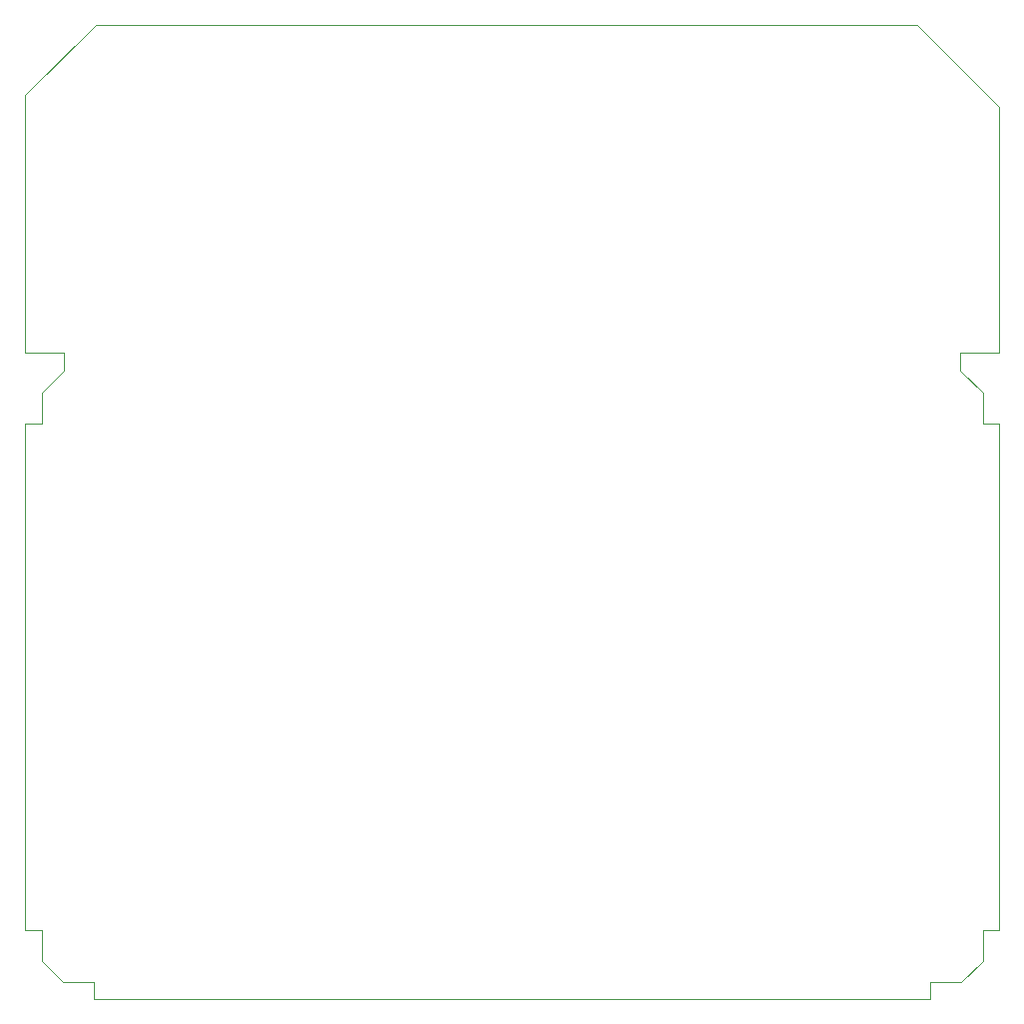
<source format=gm1>
G04 #@! TF.GenerationSoftware,KiCad,Pcbnew,8.0.6*
G04 #@! TF.CreationDate,2024-12-30T15:56:31-08:00*
G04 #@! TF.ProjectId,Jumperless23V50,4a756d70-6572-46c6-9573-733233563530,rev?*
G04 #@! TF.SameCoordinates,Original*
G04 #@! TF.FileFunction,Profile,NP*
%FSLAX46Y46*%
G04 Gerber Fmt 4.6, Leading zero omitted, Abs format (unit mm)*
G04 Created by KiCad (PCBNEW 8.0.6) date 2024-12-30 15:56:31*
%MOMM*%
%LPD*%
G01*
G04 APERTURE LIST*
G04 #@! TA.AperFunction,Profile*
%ADD10C,0.100000*%
G04 #@! TD*
G04 APERTURE END LIST*
D10*
X110708700Y-148490400D02*
X110708700Y-105564400D01*
X28158700Y-99595400D02*
X28158700Y-77751400D01*
X107470200Y-152935400D02*
X104866700Y-152935400D01*
X107406700Y-100992400D02*
X107406700Y-101055900D01*
X28158700Y-148490400D02*
X29555700Y-148490400D01*
X31333700Y-99595400D02*
X28158700Y-99595400D01*
X110708700Y-148490400D02*
X109311700Y-148490400D01*
X104866700Y-154332400D02*
X34000700Y-154332400D01*
X31460700Y-101055900D02*
X29555700Y-102960900D01*
X29555700Y-148490400D02*
X29555700Y-151093900D01*
X34127700Y-71782400D02*
X28158700Y-77751400D01*
X104866700Y-152935400D02*
X104866700Y-154332400D01*
X107406700Y-101055900D02*
X109311700Y-102960900D01*
X31460700Y-99595400D02*
X31460700Y-101055900D01*
X107533700Y-99595400D02*
X107406700Y-99595400D01*
X31333700Y-99595400D02*
X31460700Y-99595400D01*
X31397200Y-152935400D02*
X34000700Y-152935400D01*
X109311700Y-148490400D02*
X109311700Y-151093900D01*
X110708700Y-78767400D02*
X103723700Y-71782400D01*
X29555700Y-102960900D02*
X29555700Y-105564400D01*
X28158700Y-105564400D02*
X28158700Y-148490400D01*
X34000700Y-152935400D02*
X34000700Y-154332400D01*
X109311700Y-105564400D02*
X110708700Y-105564400D01*
X103723700Y-71782400D02*
X34127700Y-71782400D01*
X29555700Y-105564400D02*
X28158700Y-105564400D01*
X109311700Y-151093900D02*
X107470200Y-152935400D01*
X107533700Y-99595400D02*
X110708700Y-99595400D01*
X109311700Y-102960900D02*
X109311700Y-105564400D01*
X107406700Y-99595400D02*
X107406700Y-100992400D01*
X110708700Y-99595400D02*
X110708700Y-78767400D01*
X29555700Y-151093900D02*
X31397200Y-152935400D01*
M02*

</source>
